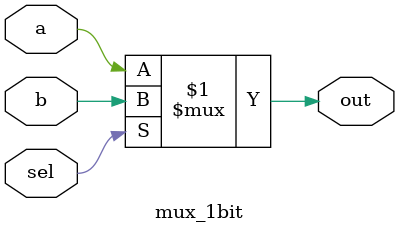
<source format=v>
`timescale 1ns / 1ps

module mux_1bit(a,b,sel,out);
input a,b,sel;
output out;
assign out=(sel)?b:a;
endmodule
</source>
